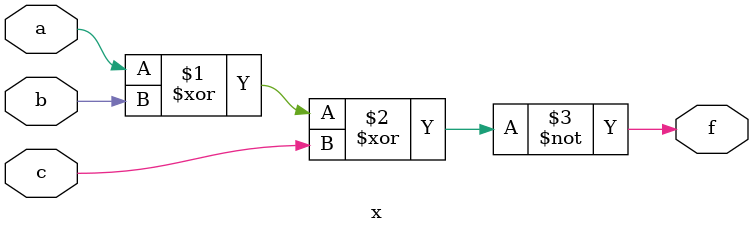
<source format=v>
`timescale 1ns / 1ps
module x(
    input a,
    input b,
    input c,
    output f
    );

xnor(f,a,b,c);
endmodule

</source>
